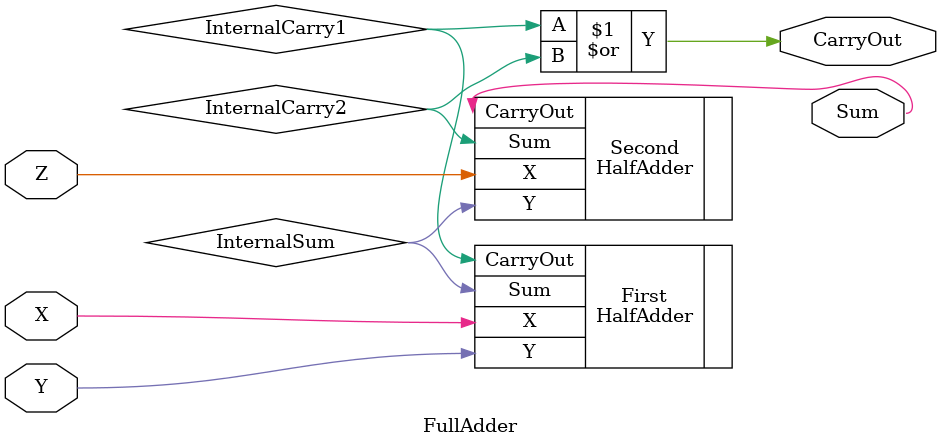
<source format=v>
`timescale 1ns / 1ps
module FullAdder( X , Y , Z , Sum , CarryOut
    );
	 
	 input Z ,Y , X ; 
	 output Sum , CarryOut ;
	 
	 wire InternalSum , InternalCarry1 , InternalCarry2 ;
	 
	 HalfAdder First (
    .X(X), 
    .Y(Y), 
    .Sum(InternalSum), 
    .CarryOut(InternalCarry1)
    );
	 
	  HalfAdder Second (
    .X(Z), 
    .Y(InternalSum ), 
    .Sum(InternalCarry2), 
    .CarryOut(Sum)
    );
	 
	 assign CarryOut = InternalCarry1 | InternalCarry2 ;

endmodule

</source>
